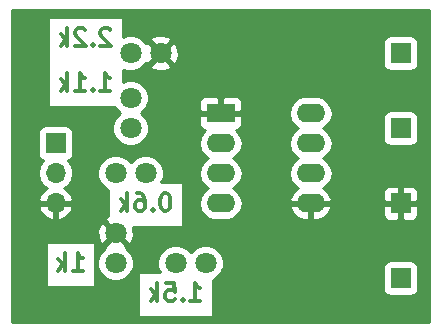
<source format=gbr>
G04 #@! TF.GenerationSoftware,KiCad,Pcbnew,(5.0.2)-1*
G04 #@! TF.CreationDate,2019-10-14T20:22:39-04:00*
G04 #@! TF.ProjectId,TempSensorCircuit,54656d70-5365-46e7-936f-724369726375,rev?*
G04 #@! TF.SameCoordinates,Original*
G04 #@! TF.FileFunction,Copper,L2,Bot*
G04 #@! TF.FilePolarity,Positive*
%FSLAX46Y46*%
G04 Gerber Fmt 4.6, Leading zero omitted, Abs format (unit mm)*
G04 Created by KiCad (PCBNEW (5.0.2)-1) date 10/14/2019 8:22:39 PM*
%MOMM*%
%LPD*%
G01*
G04 APERTURE LIST*
G04 #@! TA.AperFunction,NonConductor*
%ADD10C,0.300000*%
G04 #@! TD*
G04 #@! TA.AperFunction,ComponentPad*
%ADD11C,1.800000*%
G04 #@! TD*
G04 #@! TA.AperFunction,ComponentPad*
%ADD12R,1.700000X1.700000*%
G04 #@! TD*
G04 #@! TA.AperFunction,ComponentPad*
%ADD13O,1.700000X1.700000*%
G04 #@! TD*
G04 #@! TA.AperFunction,ComponentPad*
%ADD14O,2.400000X1.600000*%
G04 #@! TD*
G04 #@! TA.AperFunction,ComponentPad*
%ADD15R,2.400000X1.600000*%
G04 #@! TD*
G04 #@! TA.AperFunction,ViaPad*
%ADD16C,0.800000*%
G04 #@! TD*
G04 #@! TA.AperFunction,Conductor*
%ADD17C,0.254000*%
G04 #@! TD*
G04 APERTURE END LIST*
D10*
X153650000Y-88308571D02*
X154507142Y-88308571D01*
X154078571Y-88308571D02*
X154078571Y-86808571D01*
X154221428Y-87022857D01*
X154364285Y-87165714D01*
X154507142Y-87237142D01*
X153007142Y-88165714D02*
X152935714Y-88237142D01*
X153007142Y-88308571D01*
X153078571Y-88237142D01*
X153007142Y-88165714D01*
X153007142Y-88308571D01*
X151578571Y-86808571D02*
X152292857Y-86808571D01*
X152364285Y-87522857D01*
X152292857Y-87451428D01*
X152150000Y-87380000D01*
X151792857Y-87380000D01*
X151650000Y-87451428D01*
X151578571Y-87522857D01*
X151507142Y-87665714D01*
X151507142Y-88022857D01*
X151578571Y-88165714D01*
X151650000Y-88237142D01*
X151792857Y-88308571D01*
X152150000Y-88308571D01*
X152292857Y-88237142D01*
X152364285Y-88165714D01*
X150864285Y-88308571D02*
X150864285Y-86808571D01*
X150721428Y-87737142D02*
X150292857Y-88308571D01*
X150292857Y-87308571D02*
X150864285Y-87880000D01*
X143688571Y-85768571D02*
X144545714Y-85768571D01*
X144117142Y-85768571D02*
X144117142Y-84268571D01*
X144260000Y-84482857D01*
X144402857Y-84625714D01*
X144545714Y-84697142D01*
X143045714Y-85768571D02*
X143045714Y-84268571D01*
X142902857Y-85197142D02*
X142474285Y-85768571D01*
X142474285Y-84768571D02*
X143045714Y-85340000D01*
X151610000Y-79188571D02*
X151467142Y-79188571D01*
X151324285Y-79260000D01*
X151252857Y-79331428D01*
X151181428Y-79474285D01*
X151110000Y-79760000D01*
X151110000Y-80117142D01*
X151181428Y-80402857D01*
X151252857Y-80545714D01*
X151324285Y-80617142D01*
X151467142Y-80688571D01*
X151610000Y-80688571D01*
X151752857Y-80617142D01*
X151824285Y-80545714D01*
X151895714Y-80402857D01*
X151967142Y-80117142D01*
X151967142Y-79760000D01*
X151895714Y-79474285D01*
X151824285Y-79331428D01*
X151752857Y-79260000D01*
X151610000Y-79188571D01*
X150467142Y-80545714D02*
X150395714Y-80617142D01*
X150467142Y-80688571D01*
X150538571Y-80617142D01*
X150467142Y-80545714D01*
X150467142Y-80688571D01*
X149110000Y-79188571D02*
X149395714Y-79188571D01*
X149538571Y-79260000D01*
X149610000Y-79331428D01*
X149752857Y-79545714D01*
X149824285Y-79831428D01*
X149824285Y-80402857D01*
X149752857Y-80545714D01*
X149681428Y-80617142D01*
X149538571Y-80688571D01*
X149252857Y-80688571D01*
X149110000Y-80617142D01*
X149038571Y-80545714D01*
X148967142Y-80402857D01*
X148967142Y-80045714D01*
X149038571Y-79902857D01*
X149110000Y-79831428D01*
X149252857Y-79760000D01*
X149538571Y-79760000D01*
X149681428Y-79831428D01*
X149752857Y-79902857D01*
X149824285Y-80045714D01*
X148324285Y-80688571D02*
X148324285Y-79188571D01*
X148181428Y-80117142D02*
X147752857Y-80688571D01*
X147752857Y-79688571D02*
X148324285Y-80260000D01*
X146030000Y-70528571D02*
X146887142Y-70528571D01*
X146458571Y-70528571D02*
X146458571Y-69028571D01*
X146601428Y-69242857D01*
X146744285Y-69385714D01*
X146887142Y-69457142D01*
X145387142Y-70385714D02*
X145315714Y-70457142D01*
X145387142Y-70528571D01*
X145458571Y-70457142D01*
X145387142Y-70385714D01*
X145387142Y-70528571D01*
X143887142Y-70528571D02*
X144744285Y-70528571D01*
X144315714Y-70528571D02*
X144315714Y-69028571D01*
X144458571Y-69242857D01*
X144601428Y-69385714D01*
X144744285Y-69457142D01*
X143244285Y-70528571D02*
X143244285Y-69028571D01*
X143101428Y-69957142D02*
X142672857Y-70528571D01*
X142672857Y-69528571D02*
X143244285Y-70100000D01*
X146887142Y-65361428D02*
X146815714Y-65290000D01*
X146672857Y-65218571D01*
X146315714Y-65218571D01*
X146172857Y-65290000D01*
X146101428Y-65361428D01*
X146030000Y-65504285D01*
X146030000Y-65647142D01*
X146101428Y-65861428D01*
X146958571Y-66718571D01*
X146030000Y-66718571D01*
X145387142Y-66575714D02*
X145315714Y-66647142D01*
X145387142Y-66718571D01*
X145458571Y-66647142D01*
X145387142Y-66575714D01*
X145387142Y-66718571D01*
X144744285Y-65361428D02*
X144672857Y-65290000D01*
X144530000Y-65218571D01*
X144172857Y-65218571D01*
X144030000Y-65290000D01*
X143958571Y-65361428D01*
X143887142Y-65504285D01*
X143887142Y-65647142D01*
X143958571Y-65861428D01*
X144815714Y-66718571D01*
X143887142Y-66718571D01*
X143244285Y-66718571D02*
X143244285Y-65218571D01*
X143101428Y-66147142D02*
X142672857Y-66718571D01*
X142672857Y-65718571D02*
X143244285Y-66290000D01*
D11*
G04 #@! TO.P,0.6k1,2*
G04 #@! TO.N,Net-(0.6k1-Pad2)*
X147320000Y-77470000D03*
G04 #@! TO.P,0.6k1,1*
G04 #@! TO.N,Net-(0.6k1-Pad1)*
X149860000Y-77470000D03*
G04 #@! TD*
G04 #@! TO.P,1.5k1,e*
G04 #@! TO.N,Net-(1.5k1-Pad1)*
X154940000Y-85090000D03*
G04 #@! TO.P,1.5k1,2*
G04 #@! TO.N,Net-(1.5k1-Pad2)*
X152400000Y-85090000D03*
G04 #@! TD*
G04 #@! TO.P,1k1,2*
G04 #@! TO.N,Net-(1.5k1-Pad2)*
X147320000Y-85090000D03*
G04 #@! TO.P,1k1,1*
G04 #@! TO.N,GND*
X147320000Y-82550000D03*
G04 #@! TD*
G04 #@! TO.P,2k1,2*
G04 #@! TO.N,Net-(2k1-Pad2)*
X148590000Y-71120000D03*
G04 #@! TO.P,2k1,1*
G04 #@! TO.N,+12V*
X148590000Y-73660000D03*
G04 #@! TD*
G04 #@! TO.P,4k1,e*
G04 #@! TO.N,Net-(2k1-Pad2)*
X148590000Y-67310000D03*
G04 #@! TO.P,4k1,2*
G04 #@! TO.N,GND*
X151130000Y-67310000D03*
G04 #@! TD*
D12*
G04 #@! TO.P,H1,1*
G04 #@! TO.N,GND*
X171450000Y-80010000D03*
G04 #@! TD*
G04 #@! TO.P,H2,1*
G04 #@! TO.N,Net-(1.5k1-Pad1)*
X171450000Y-73660000D03*
G04 #@! TD*
G04 #@! TO.P,H3,1*
G04 #@! TO.N,+12V*
X171450000Y-67310000D03*
G04 #@! TD*
G04 #@! TO.P,H4,1*
G04 #@! TO.N,-12V*
X171450000Y-86360000D03*
G04 #@! TD*
D13*
G04 #@! TO.P,U1,3*
G04 #@! TO.N,GND*
X142240000Y-80010000D03*
G04 #@! TO.P,U1,2*
G04 #@! TO.N,Net-(0.6k1-Pad2)*
X142240000Y-77470000D03*
D12*
G04 #@! TO.P,U1,1*
G04 #@! TO.N,Net-(2k1-Pad2)*
X142240000Y-74930000D03*
G04 #@! TD*
D14*
G04 #@! TO.P,U2,8*
G04 #@! TO.N,Net-(U2-Pad8)*
X163830000Y-72390000D03*
G04 #@! TO.P,U2,4*
G04 #@! TO.N,-12V*
X156210000Y-80010000D03*
G04 #@! TO.P,U2,7*
G04 #@! TO.N,+12V*
X163830000Y-74930000D03*
G04 #@! TO.P,U2,3*
G04 #@! TO.N,Net-(0.6k1-Pad1)*
X156210000Y-77470000D03*
G04 #@! TO.P,U2,6*
G04 #@! TO.N,Net-(1.5k1-Pad1)*
X163830000Y-77470000D03*
G04 #@! TO.P,U2,2*
G04 #@! TO.N,Net-(1.5k1-Pad2)*
X156210000Y-74930000D03*
G04 #@! TO.P,U2,5*
G04 #@! TO.N,GND*
X163830000Y-80010000D03*
D15*
G04 #@! TO.P,U2,1*
X156210000Y-72390000D03*
G04 #@! TD*
D16*
G04 #@! TO.N,GND*
X156210000Y-69850000D03*
X163830000Y-83820000D03*
G04 #@! TD*
D17*
G04 #@! TO.N,GND*
G36*
X173863000Y-90043000D02*
X138557000Y-90043000D01*
X138557000Y-83300000D01*
X141403572Y-83300000D01*
X141403572Y-87120000D01*
X145616429Y-87120000D01*
X145616429Y-84784670D01*
X145785000Y-84784670D01*
X145785000Y-85395330D01*
X146018690Y-85959507D01*
X146450493Y-86391310D01*
X147014670Y-86625000D01*
X147625330Y-86625000D01*
X148189507Y-86391310D01*
X148621310Y-85959507D01*
X148670811Y-85840000D01*
X149222143Y-85840000D01*
X149222143Y-89660000D01*
X155577857Y-89660000D01*
X155577857Y-86487263D01*
X155809507Y-86391310D01*
X156241310Y-85959507D01*
X156427502Y-85510000D01*
X169952560Y-85510000D01*
X169952560Y-87210000D01*
X170001843Y-87457765D01*
X170142191Y-87667809D01*
X170352235Y-87808157D01*
X170600000Y-87857440D01*
X172300000Y-87857440D01*
X172547765Y-87808157D01*
X172757809Y-87667809D01*
X172898157Y-87457765D01*
X172947440Y-87210000D01*
X172947440Y-85510000D01*
X172898157Y-85262235D01*
X172757809Y-85052191D01*
X172547765Y-84911843D01*
X172300000Y-84862560D01*
X170600000Y-84862560D01*
X170352235Y-84911843D01*
X170142191Y-85052191D01*
X170001843Y-85262235D01*
X169952560Y-85510000D01*
X156427502Y-85510000D01*
X156475000Y-85395330D01*
X156475000Y-84784670D01*
X156241310Y-84220493D01*
X155809507Y-83788690D01*
X155245330Y-83555000D01*
X154634670Y-83555000D01*
X154070493Y-83788690D01*
X153670000Y-84189183D01*
X153269507Y-83788690D01*
X152705330Y-83555000D01*
X152094670Y-83555000D01*
X151530493Y-83788690D01*
X151098690Y-84220493D01*
X150865000Y-84784670D01*
X150865000Y-85395330D01*
X151049189Y-85840000D01*
X149222143Y-85840000D01*
X148670811Y-85840000D01*
X148855000Y-85395330D01*
X148855000Y-84784670D01*
X148621310Y-84220493D01*
X148189507Y-83788690D01*
X148169885Y-83780562D01*
X148220554Y-83630159D01*
X147320000Y-82729605D01*
X146419446Y-83630159D01*
X146470115Y-83780562D01*
X146450493Y-83788690D01*
X146018690Y-84220493D01*
X145785000Y-84784670D01*
X145616429Y-84784670D01*
X145616429Y-83300000D01*
X141403572Y-83300000D01*
X138557000Y-83300000D01*
X138557000Y-82309336D01*
X145773542Y-82309336D01*
X145799161Y-82919460D01*
X145983357Y-83364148D01*
X146239841Y-83450554D01*
X147140395Y-82550000D01*
X146239841Y-81649446D01*
X145983357Y-81735852D01*
X145773542Y-82309336D01*
X138557000Y-82309336D01*
X138557000Y-80366890D01*
X140798524Y-80366890D01*
X140968355Y-80776924D01*
X141358642Y-81205183D01*
X141883108Y-81451486D01*
X142113000Y-81330819D01*
X142113000Y-80137000D01*
X142367000Y-80137000D01*
X142367000Y-81330819D01*
X142596892Y-81451486D01*
X143121358Y-81205183D01*
X143511645Y-80776924D01*
X143681476Y-80366890D01*
X143560155Y-80137000D01*
X142367000Y-80137000D01*
X142113000Y-80137000D01*
X140919845Y-80137000D01*
X140798524Y-80366890D01*
X138557000Y-80366890D01*
X138557000Y-77470000D01*
X140725908Y-77470000D01*
X140841161Y-78049418D01*
X141169375Y-78540625D01*
X141488478Y-78753843D01*
X141358642Y-78814817D01*
X140968355Y-79243076D01*
X140798524Y-79653110D01*
X140919845Y-79883000D01*
X142113000Y-79883000D01*
X142113000Y-79863000D01*
X142367000Y-79863000D01*
X142367000Y-79883000D01*
X143560155Y-79883000D01*
X143681476Y-79653110D01*
X143511645Y-79243076D01*
X143121358Y-78814817D01*
X142991522Y-78753843D01*
X143310625Y-78540625D01*
X143638839Y-78049418D01*
X143754092Y-77470000D01*
X143693359Y-77164670D01*
X145785000Y-77164670D01*
X145785000Y-77775330D01*
X146018690Y-78339507D01*
X146450493Y-78771310D01*
X146682143Y-78867263D01*
X146682143Y-81140335D01*
X146505852Y-81213357D01*
X146419446Y-81469841D01*
X146682143Y-81732538D01*
X146682143Y-82040000D01*
X146989605Y-82040000D01*
X147320000Y-82370395D01*
X147334143Y-82356253D01*
X147513748Y-82535858D01*
X147499605Y-82550000D01*
X148400159Y-83450554D01*
X148656643Y-83364148D01*
X148866458Y-82790664D01*
X148840839Y-82180540D01*
X148782625Y-82040000D01*
X153037857Y-82040000D01*
X153037857Y-78220000D01*
X151210811Y-78220000D01*
X151395000Y-77775330D01*
X151395000Y-77164670D01*
X151161310Y-76600493D01*
X150729507Y-76168690D01*
X150165330Y-75935000D01*
X149554670Y-75935000D01*
X148990493Y-76168690D01*
X148590000Y-76569183D01*
X148189507Y-76168690D01*
X147625330Y-75935000D01*
X147014670Y-75935000D01*
X146450493Y-76168690D01*
X146018690Y-76600493D01*
X145785000Y-77164670D01*
X143693359Y-77164670D01*
X143638839Y-76890582D01*
X143310625Y-76399375D01*
X143292381Y-76387184D01*
X143337765Y-76378157D01*
X143547809Y-76237809D01*
X143688157Y-76027765D01*
X143737440Y-75780000D01*
X143737440Y-74080000D01*
X143688157Y-73832235D01*
X143547809Y-73622191D01*
X143337765Y-73481843D01*
X143090000Y-73432560D01*
X141390000Y-73432560D01*
X141142235Y-73481843D01*
X140932191Y-73622191D01*
X140791843Y-73832235D01*
X140742560Y-74080000D01*
X140742560Y-75780000D01*
X140791843Y-76027765D01*
X140932191Y-76237809D01*
X141142235Y-76378157D01*
X141187619Y-76387184D01*
X141169375Y-76399375D01*
X140841161Y-76890582D01*
X140725908Y-77470000D01*
X138557000Y-77470000D01*
X138557000Y-64250000D01*
X141602143Y-64250000D01*
X141602143Y-71880000D01*
X147243331Y-71880000D01*
X147288690Y-71989507D01*
X147689183Y-72390000D01*
X147288690Y-72790493D01*
X147055000Y-73354670D01*
X147055000Y-73965330D01*
X147288690Y-74529507D01*
X147720493Y-74961310D01*
X148284670Y-75195000D01*
X148895330Y-75195000D01*
X149459507Y-74961310D01*
X149490817Y-74930000D01*
X154346887Y-74930000D01*
X154458260Y-75489909D01*
X154775423Y-75964577D01*
X155127758Y-76200000D01*
X154775423Y-76435423D01*
X154458260Y-76910091D01*
X154346887Y-77470000D01*
X154458260Y-78029909D01*
X154775423Y-78504577D01*
X155127758Y-78740000D01*
X154775423Y-78975423D01*
X154458260Y-79450091D01*
X154346887Y-80010000D01*
X154458260Y-80569909D01*
X154775423Y-81044577D01*
X155250091Y-81361740D01*
X155668667Y-81445000D01*
X156751333Y-81445000D01*
X157169909Y-81361740D01*
X157644577Y-81044577D01*
X157961740Y-80569909D01*
X158003684Y-80359039D01*
X162038096Y-80359039D01*
X162055633Y-80441819D01*
X162325500Y-80934896D01*
X162763517Y-81287166D01*
X163303000Y-81445000D01*
X163703000Y-81445000D01*
X163703000Y-80137000D01*
X163957000Y-80137000D01*
X163957000Y-81445000D01*
X164357000Y-81445000D01*
X164896483Y-81287166D01*
X165334500Y-80934896D01*
X165604367Y-80441819D01*
X165621904Y-80359039D01*
X165587133Y-80295750D01*
X169965000Y-80295750D01*
X169965000Y-80986310D01*
X170061673Y-81219699D01*
X170240302Y-81398327D01*
X170473691Y-81495000D01*
X171164250Y-81495000D01*
X171323000Y-81336250D01*
X171323000Y-80137000D01*
X171577000Y-80137000D01*
X171577000Y-81336250D01*
X171735750Y-81495000D01*
X172426309Y-81495000D01*
X172659698Y-81398327D01*
X172838327Y-81219699D01*
X172935000Y-80986310D01*
X172935000Y-80295750D01*
X172776250Y-80137000D01*
X171577000Y-80137000D01*
X171323000Y-80137000D01*
X170123750Y-80137000D01*
X169965000Y-80295750D01*
X165587133Y-80295750D01*
X165499915Y-80137000D01*
X163957000Y-80137000D01*
X163703000Y-80137000D01*
X162160085Y-80137000D01*
X162038096Y-80359039D01*
X158003684Y-80359039D01*
X158073113Y-80010000D01*
X157961740Y-79450091D01*
X157644577Y-78975423D01*
X157292242Y-78740000D01*
X157644577Y-78504577D01*
X157961740Y-78029909D01*
X158073113Y-77470000D01*
X157961740Y-76910091D01*
X157644577Y-76435423D01*
X157292242Y-76200000D01*
X157644577Y-75964577D01*
X157961740Y-75489909D01*
X158073113Y-74930000D01*
X157961740Y-74370091D01*
X157644577Y-73895423D01*
X157538082Y-73824265D01*
X157769698Y-73728327D01*
X157948327Y-73549699D01*
X158045000Y-73316310D01*
X158045000Y-72675750D01*
X157886250Y-72517000D01*
X156337000Y-72517000D01*
X156337000Y-72537000D01*
X156083000Y-72537000D01*
X156083000Y-72517000D01*
X154533750Y-72517000D01*
X154375000Y-72675750D01*
X154375000Y-73316310D01*
X154471673Y-73549699D01*
X154650302Y-73728327D01*
X154881918Y-73824265D01*
X154775423Y-73895423D01*
X154458260Y-74370091D01*
X154346887Y-74930000D01*
X149490817Y-74930000D01*
X149891310Y-74529507D01*
X150125000Y-73965330D01*
X150125000Y-73354670D01*
X149891310Y-72790493D01*
X149490817Y-72390000D01*
X161966887Y-72390000D01*
X162078260Y-72949909D01*
X162395423Y-73424577D01*
X162747758Y-73660000D01*
X162395423Y-73895423D01*
X162078260Y-74370091D01*
X161966887Y-74930000D01*
X162078260Y-75489909D01*
X162395423Y-75964577D01*
X162747758Y-76200000D01*
X162395423Y-76435423D01*
X162078260Y-76910091D01*
X161966887Y-77470000D01*
X162078260Y-78029909D01*
X162395423Y-78504577D01*
X162751499Y-78742499D01*
X162325500Y-79085104D01*
X162055633Y-79578181D01*
X162038096Y-79660961D01*
X162160085Y-79883000D01*
X163703000Y-79883000D01*
X163703000Y-79863000D01*
X163957000Y-79863000D01*
X163957000Y-79883000D01*
X165499915Y-79883000D01*
X165621904Y-79660961D01*
X165604367Y-79578181D01*
X165334500Y-79085104D01*
X165270572Y-79033690D01*
X169965000Y-79033690D01*
X169965000Y-79724250D01*
X170123750Y-79883000D01*
X171323000Y-79883000D01*
X171323000Y-78683750D01*
X171577000Y-78683750D01*
X171577000Y-79883000D01*
X172776250Y-79883000D01*
X172935000Y-79724250D01*
X172935000Y-79033690D01*
X172838327Y-78800301D01*
X172659698Y-78621673D01*
X172426309Y-78525000D01*
X171735750Y-78525000D01*
X171577000Y-78683750D01*
X171323000Y-78683750D01*
X171164250Y-78525000D01*
X170473691Y-78525000D01*
X170240302Y-78621673D01*
X170061673Y-78800301D01*
X169965000Y-79033690D01*
X165270572Y-79033690D01*
X164908501Y-78742499D01*
X165264577Y-78504577D01*
X165581740Y-78029909D01*
X165693113Y-77470000D01*
X165581740Y-76910091D01*
X165264577Y-76435423D01*
X164912242Y-76200000D01*
X165264577Y-75964577D01*
X165581740Y-75489909D01*
X165693113Y-74930000D01*
X165581740Y-74370091D01*
X165264577Y-73895423D01*
X164912242Y-73660000D01*
X165264577Y-73424577D01*
X165581740Y-72949909D01*
X165609569Y-72810000D01*
X169952560Y-72810000D01*
X169952560Y-74510000D01*
X170001843Y-74757765D01*
X170142191Y-74967809D01*
X170352235Y-75108157D01*
X170600000Y-75157440D01*
X172300000Y-75157440D01*
X172547765Y-75108157D01*
X172757809Y-74967809D01*
X172898157Y-74757765D01*
X172947440Y-74510000D01*
X172947440Y-72810000D01*
X172898157Y-72562235D01*
X172757809Y-72352191D01*
X172547765Y-72211843D01*
X172300000Y-72162560D01*
X170600000Y-72162560D01*
X170352235Y-72211843D01*
X170142191Y-72352191D01*
X170001843Y-72562235D01*
X169952560Y-72810000D01*
X165609569Y-72810000D01*
X165693113Y-72390000D01*
X165581740Y-71830091D01*
X165264577Y-71355423D01*
X164789909Y-71038260D01*
X164371333Y-70955000D01*
X163288667Y-70955000D01*
X162870091Y-71038260D01*
X162395423Y-71355423D01*
X162078260Y-71830091D01*
X161966887Y-72390000D01*
X149490817Y-72390000D01*
X149891310Y-71989507D01*
X150109110Y-71463690D01*
X154375000Y-71463690D01*
X154375000Y-72104250D01*
X154533750Y-72263000D01*
X156083000Y-72263000D01*
X156083000Y-71113750D01*
X156337000Y-71113750D01*
X156337000Y-72263000D01*
X157886250Y-72263000D01*
X158045000Y-72104250D01*
X158045000Y-71463690D01*
X157948327Y-71230301D01*
X157769698Y-71051673D01*
X157536309Y-70955000D01*
X156495750Y-70955000D01*
X156337000Y-71113750D01*
X156083000Y-71113750D01*
X155924250Y-70955000D01*
X154883691Y-70955000D01*
X154650302Y-71051673D01*
X154471673Y-71230301D01*
X154375000Y-71463690D01*
X150109110Y-71463690D01*
X150125000Y-71425330D01*
X150125000Y-70814670D01*
X149891310Y-70250493D01*
X149459507Y-69818690D01*
X148895330Y-69585000D01*
X148284670Y-69585000D01*
X147957857Y-69720371D01*
X147957857Y-68709629D01*
X148284670Y-68845000D01*
X148895330Y-68845000D01*
X149459507Y-68611310D01*
X149680658Y-68390159D01*
X150229446Y-68390159D01*
X150315852Y-68646643D01*
X150889336Y-68856458D01*
X151499460Y-68830839D01*
X151944148Y-68646643D01*
X152030554Y-68390159D01*
X151130000Y-67489605D01*
X150229446Y-68390159D01*
X149680658Y-68390159D01*
X149891310Y-68179507D01*
X149899438Y-68159885D01*
X150049841Y-68210554D01*
X150950395Y-67310000D01*
X151309605Y-67310000D01*
X152210159Y-68210554D01*
X152466643Y-68124148D01*
X152676458Y-67550664D01*
X152650839Y-66940540D01*
X152466643Y-66495852D01*
X152360222Y-66460000D01*
X169952560Y-66460000D01*
X169952560Y-68160000D01*
X170001843Y-68407765D01*
X170142191Y-68617809D01*
X170352235Y-68758157D01*
X170600000Y-68807440D01*
X172300000Y-68807440D01*
X172547765Y-68758157D01*
X172757809Y-68617809D01*
X172898157Y-68407765D01*
X172947440Y-68160000D01*
X172947440Y-66460000D01*
X172898157Y-66212235D01*
X172757809Y-66002191D01*
X172547765Y-65861843D01*
X172300000Y-65812560D01*
X170600000Y-65812560D01*
X170352235Y-65861843D01*
X170142191Y-66002191D01*
X170001843Y-66212235D01*
X169952560Y-66460000D01*
X152360222Y-66460000D01*
X152210159Y-66409446D01*
X151309605Y-67310000D01*
X150950395Y-67310000D01*
X150049841Y-66409446D01*
X149899438Y-66460115D01*
X149891310Y-66440493D01*
X149680658Y-66229841D01*
X150229446Y-66229841D01*
X151130000Y-67130395D01*
X152030554Y-66229841D01*
X151944148Y-65973357D01*
X151370664Y-65763542D01*
X150760540Y-65789161D01*
X150315852Y-65973357D01*
X150229446Y-66229841D01*
X149680658Y-66229841D01*
X149459507Y-66008690D01*
X148895330Y-65775000D01*
X148284670Y-65775000D01*
X147957857Y-65910371D01*
X147957857Y-64250000D01*
X141602143Y-64250000D01*
X138557000Y-64250000D01*
X138557000Y-63627000D01*
X173863000Y-63627000D01*
X173863000Y-90043000D01*
X173863000Y-90043000D01*
G37*
X173863000Y-90043000D02*
X138557000Y-90043000D01*
X138557000Y-83300000D01*
X141403572Y-83300000D01*
X141403572Y-87120000D01*
X145616429Y-87120000D01*
X145616429Y-84784670D01*
X145785000Y-84784670D01*
X145785000Y-85395330D01*
X146018690Y-85959507D01*
X146450493Y-86391310D01*
X147014670Y-86625000D01*
X147625330Y-86625000D01*
X148189507Y-86391310D01*
X148621310Y-85959507D01*
X148670811Y-85840000D01*
X149222143Y-85840000D01*
X149222143Y-89660000D01*
X155577857Y-89660000D01*
X155577857Y-86487263D01*
X155809507Y-86391310D01*
X156241310Y-85959507D01*
X156427502Y-85510000D01*
X169952560Y-85510000D01*
X169952560Y-87210000D01*
X170001843Y-87457765D01*
X170142191Y-87667809D01*
X170352235Y-87808157D01*
X170600000Y-87857440D01*
X172300000Y-87857440D01*
X172547765Y-87808157D01*
X172757809Y-87667809D01*
X172898157Y-87457765D01*
X172947440Y-87210000D01*
X172947440Y-85510000D01*
X172898157Y-85262235D01*
X172757809Y-85052191D01*
X172547765Y-84911843D01*
X172300000Y-84862560D01*
X170600000Y-84862560D01*
X170352235Y-84911843D01*
X170142191Y-85052191D01*
X170001843Y-85262235D01*
X169952560Y-85510000D01*
X156427502Y-85510000D01*
X156475000Y-85395330D01*
X156475000Y-84784670D01*
X156241310Y-84220493D01*
X155809507Y-83788690D01*
X155245330Y-83555000D01*
X154634670Y-83555000D01*
X154070493Y-83788690D01*
X153670000Y-84189183D01*
X153269507Y-83788690D01*
X152705330Y-83555000D01*
X152094670Y-83555000D01*
X151530493Y-83788690D01*
X151098690Y-84220493D01*
X150865000Y-84784670D01*
X150865000Y-85395330D01*
X151049189Y-85840000D01*
X149222143Y-85840000D01*
X148670811Y-85840000D01*
X148855000Y-85395330D01*
X148855000Y-84784670D01*
X148621310Y-84220493D01*
X148189507Y-83788690D01*
X148169885Y-83780562D01*
X148220554Y-83630159D01*
X147320000Y-82729605D01*
X146419446Y-83630159D01*
X146470115Y-83780562D01*
X146450493Y-83788690D01*
X146018690Y-84220493D01*
X145785000Y-84784670D01*
X145616429Y-84784670D01*
X145616429Y-83300000D01*
X141403572Y-83300000D01*
X138557000Y-83300000D01*
X138557000Y-82309336D01*
X145773542Y-82309336D01*
X145799161Y-82919460D01*
X145983357Y-83364148D01*
X146239841Y-83450554D01*
X147140395Y-82550000D01*
X146239841Y-81649446D01*
X145983357Y-81735852D01*
X145773542Y-82309336D01*
X138557000Y-82309336D01*
X138557000Y-80366890D01*
X140798524Y-80366890D01*
X140968355Y-80776924D01*
X141358642Y-81205183D01*
X141883108Y-81451486D01*
X142113000Y-81330819D01*
X142113000Y-80137000D01*
X142367000Y-80137000D01*
X142367000Y-81330819D01*
X142596892Y-81451486D01*
X143121358Y-81205183D01*
X143511645Y-80776924D01*
X143681476Y-80366890D01*
X143560155Y-80137000D01*
X142367000Y-80137000D01*
X142113000Y-80137000D01*
X140919845Y-80137000D01*
X140798524Y-80366890D01*
X138557000Y-80366890D01*
X138557000Y-77470000D01*
X140725908Y-77470000D01*
X140841161Y-78049418D01*
X141169375Y-78540625D01*
X141488478Y-78753843D01*
X141358642Y-78814817D01*
X140968355Y-79243076D01*
X140798524Y-79653110D01*
X140919845Y-79883000D01*
X142113000Y-79883000D01*
X142113000Y-79863000D01*
X142367000Y-79863000D01*
X142367000Y-79883000D01*
X143560155Y-79883000D01*
X143681476Y-79653110D01*
X143511645Y-79243076D01*
X143121358Y-78814817D01*
X142991522Y-78753843D01*
X143310625Y-78540625D01*
X143638839Y-78049418D01*
X143754092Y-77470000D01*
X143693359Y-77164670D01*
X145785000Y-77164670D01*
X145785000Y-77775330D01*
X146018690Y-78339507D01*
X146450493Y-78771310D01*
X146682143Y-78867263D01*
X146682143Y-81140335D01*
X146505852Y-81213357D01*
X146419446Y-81469841D01*
X146682143Y-81732538D01*
X146682143Y-82040000D01*
X146989605Y-82040000D01*
X147320000Y-82370395D01*
X147334143Y-82356253D01*
X147513748Y-82535858D01*
X147499605Y-82550000D01*
X148400159Y-83450554D01*
X148656643Y-83364148D01*
X148866458Y-82790664D01*
X148840839Y-82180540D01*
X148782625Y-82040000D01*
X153037857Y-82040000D01*
X153037857Y-78220000D01*
X151210811Y-78220000D01*
X151395000Y-77775330D01*
X151395000Y-77164670D01*
X151161310Y-76600493D01*
X150729507Y-76168690D01*
X150165330Y-75935000D01*
X149554670Y-75935000D01*
X148990493Y-76168690D01*
X148590000Y-76569183D01*
X148189507Y-76168690D01*
X147625330Y-75935000D01*
X147014670Y-75935000D01*
X146450493Y-76168690D01*
X146018690Y-76600493D01*
X145785000Y-77164670D01*
X143693359Y-77164670D01*
X143638839Y-76890582D01*
X143310625Y-76399375D01*
X143292381Y-76387184D01*
X143337765Y-76378157D01*
X143547809Y-76237809D01*
X143688157Y-76027765D01*
X143737440Y-75780000D01*
X143737440Y-74080000D01*
X143688157Y-73832235D01*
X143547809Y-73622191D01*
X143337765Y-73481843D01*
X143090000Y-73432560D01*
X141390000Y-73432560D01*
X141142235Y-73481843D01*
X140932191Y-73622191D01*
X140791843Y-73832235D01*
X140742560Y-74080000D01*
X140742560Y-75780000D01*
X140791843Y-76027765D01*
X140932191Y-76237809D01*
X141142235Y-76378157D01*
X141187619Y-76387184D01*
X141169375Y-76399375D01*
X140841161Y-76890582D01*
X140725908Y-77470000D01*
X138557000Y-77470000D01*
X138557000Y-64250000D01*
X141602143Y-64250000D01*
X141602143Y-71880000D01*
X147243331Y-71880000D01*
X147288690Y-71989507D01*
X147689183Y-72390000D01*
X147288690Y-72790493D01*
X147055000Y-73354670D01*
X147055000Y-73965330D01*
X147288690Y-74529507D01*
X147720493Y-74961310D01*
X148284670Y-75195000D01*
X148895330Y-75195000D01*
X149459507Y-74961310D01*
X149490817Y-74930000D01*
X154346887Y-74930000D01*
X154458260Y-75489909D01*
X154775423Y-75964577D01*
X155127758Y-76200000D01*
X154775423Y-76435423D01*
X154458260Y-76910091D01*
X154346887Y-77470000D01*
X154458260Y-78029909D01*
X154775423Y-78504577D01*
X155127758Y-78740000D01*
X154775423Y-78975423D01*
X154458260Y-79450091D01*
X154346887Y-80010000D01*
X154458260Y-80569909D01*
X154775423Y-81044577D01*
X155250091Y-81361740D01*
X155668667Y-81445000D01*
X156751333Y-81445000D01*
X157169909Y-81361740D01*
X157644577Y-81044577D01*
X157961740Y-80569909D01*
X158003684Y-80359039D01*
X162038096Y-80359039D01*
X162055633Y-80441819D01*
X162325500Y-80934896D01*
X162763517Y-81287166D01*
X163303000Y-81445000D01*
X163703000Y-81445000D01*
X163703000Y-80137000D01*
X163957000Y-80137000D01*
X163957000Y-81445000D01*
X164357000Y-81445000D01*
X164896483Y-81287166D01*
X165334500Y-80934896D01*
X165604367Y-80441819D01*
X165621904Y-80359039D01*
X165587133Y-80295750D01*
X169965000Y-80295750D01*
X169965000Y-80986310D01*
X170061673Y-81219699D01*
X170240302Y-81398327D01*
X170473691Y-81495000D01*
X171164250Y-81495000D01*
X171323000Y-81336250D01*
X171323000Y-80137000D01*
X171577000Y-80137000D01*
X171577000Y-81336250D01*
X171735750Y-81495000D01*
X172426309Y-81495000D01*
X172659698Y-81398327D01*
X172838327Y-81219699D01*
X172935000Y-80986310D01*
X172935000Y-80295750D01*
X172776250Y-80137000D01*
X171577000Y-80137000D01*
X171323000Y-80137000D01*
X170123750Y-80137000D01*
X169965000Y-80295750D01*
X165587133Y-80295750D01*
X165499915Y-80137000D01*
X163957000Y-80137000D01*
X163703000Y-80137000D01*
X162160085Y-80137000D01*
X162038096Y-80359039D01*
X158003684Y-80359039D01*
X158073113Y-80010000D01*
X157961740Y-79450091D01*
X157644577Y-78975423D01*
X157292242Y-78740000D01*
X157644577Y-78504577D01*
X157961740Y-78029909D01*
X158073113Y-77470000D01*
X157961740Y-76910091D01*
X157644577Y-76435423D01*
X157292242Y-76200000D01*
X157644577Y-75964577D01*
X157961740Y-75489909D01*
X158073113Y-74930000D01*
X157961740Y-74370091D01*
X157644577Y-73895423D01*
X157538082Y-73824265D01*
X157769698Y-73728327D01*
X157948327Y-73549699D01*
X158045000Y-73316310D01*
X158045000Y-72675750D01*
X157886250Y-72517000D01*
X156337000Y-72517000D01*
X156337000Y-72537000D01*
X156083000Y-72537000D01*
X156083000Y-72517000D01*
X154533750Y-72517000D01*
X154375000Y-72675750D01*
X154375000Y-73316310D01*
X154471673Y-73549699D01*
X154650302Y-73728327D01*
X154881918Y-73824265D01*
X154775423Y-73895423D01*
X154458260Y-74370091D01*
X154346887Y-74930000D01*
X149490817Y-74930000D01*
X149891310Y-74529507D01*
X150125000Y-73965330D01*
X150125000Y-73354670D01*
X149891310Y-72790493D01*
X149490817Y-72390000D01*
X161966887Y-72390000D01*
X162078260Y-72949909D01*
X162395423Y-73424577D01*
X162747758Y-73660000D01*
X162395423Y-73895423D01*
X162078260Y-74370091D01*
X161966887Y-74930000D01*
X162078260Y-75489909D01*
X162395423Y-75964577D01*
X162747758Y-76200000D01*
X162395423Y-76435423D01*
X162078260Y-76910091D01*
X161966887Y-77470000D01*
X162078260Y-78029909D01*
X162395423Y-78504577D01*
X162751499Y-78742499D01*
X162325500Y-79085104D01*
X162055633Y-79578181D01*
X162038096Y-79660961D01*
X162160085Y-79883000D01*
X163703000Y-79883000D01*
X163703000Y-79863000D01*
X163957000Y-79863000D01*
X163957000Y-79883000D01*
X165499915Y-79883000D01*
X165621904Y-79660961D01*
X165604367Y-79578181D01*
X165334500Y-79085104D01*
X165270572Y-79033690D01*
X169965000Y-79033690D01*
X169965000Y-79724250D01*
X170123750Y-79883000D01*
X171323000Y-79883000D01*
X171323000Y-78683750D01*
X171577000Y-78683750D01*
X171577000Y-79883000D01*
X172776250Y-79883000D01*
X172935000Y-79724250D01*
X172935000Y-79033690D01*
X172838327Y-78800301D01*
X172659698Y-78621673D01*
X172426309Y-78525000D01*
X171735750Y-78525000D01*
X171577000Y-78683750D01*
X171323000Y-78683750D01*
X171164250Y-78525000D01*
X170473691Y-78525000D01*
X170240302Y-78621673D01*
X170061673Y-78800301D01*
X169965000Y-79033690D01*
X165270572Y-79033690D01*
X164908501Y-78742499D01*
X165264577Y-78504577D01*
X165581740Y-78029909D01*
X165693113Y-77470000D01*
X165581740Y-76910091D01*
X165264577Y-76435423D01*
X164912242Y-76200000D01*
X165264577Y-75964577D01*
X165581740Y-75489909D01*
X165693113Y-74930000D01*
X165581740Y-74370091D01*
X165264577Y-73895423D01*
X164912242Y-73660000D01*
X165264577Y-73424577D01*
X165581740Y-72949909D01*
X165609569Y-72810000D01*
X169952560Y-72810000D01*
X169952560Y-74510000D01*
X170001843Y-74757765D01*
X170142191Y-74967809D01*
X170352235Y-75108157D01*
X170600000Y-75157440D01*
X172300000Y-75157440D01*
X172547765Y-75108157D01*
X172757809Y-74967809D01*
X172898157Y-74757765D01*
X172947440Y-74510000D01*
X172947440Y-72810000D01*
X172898157Y-72562235D01*
X172757809Y-72352191D01*
X172547765Y-72211843D01*
X172300000Y-72162560D01*
X170600000Y-72162560D01*
X170352235Y-72211843D01*
X170142191Y-72352191D01*
X170001843Y-72562235D01*
X169952560Y-72810000D01*
X165609569Y-72810000D01*
X165693113Y-72390000D01*
X165581740Y-71830091D01*
X165264577Y-71355423D01*
X164789909Y-71038260D01*
X164371333Y-70955000D01*
X163288667Y-70955000D01*
X162870091Y-71038260D01*
X162395423Y-71355423D01*
X162078260Y-71830091D01*
X161966887Y-72390000D01*
X149490817Y-72390000D01*
X149891310Y-71989507D01*
X150109110Y-71463690D01*
X154375000Y-71463690D01*
X154375000Y-72104250D01*
X154533750Y-72263000D01*
X156083000Y-72263000D01*
X156083000Y-71113750D01*
X156337000Y-71113750D01*
X156337000Y-72263000D01*
X157886250Y-72263000D01*
X158045000Y-72104250D01*
X158045000Y-71463690D01*
X157948327Y-71230301D01*
X157769698Y-71051673D01*
X157536309Y-70955000D01*
X156495750Y-70955000D01*
X156337000Y-71113750D01*
X156083000Y-71113750D01*
X155924250Y-70955000D01*
X154883691Y-70955000D01*
X154650302Y-71051673D01*
X154471673Y-71230301D01*
X154375000Y-71463690D01*
X150109110Y-71463690D01*
X150125000Y-71425330D01*
X150125000Y-70814670D01*
X149891310Y-70250493D01*
X149459507Y-69818690D01*
X148895330Y-69585000D01*
X148284670Y-69585000D01*
X147957857Y-69720371D01*
X147957857Y-68709629D01*
X148284670Y-68845000D01*
X148895330Y-68845000D01*
X149459507Y-68611310D01*
X149680658Y-68390159D01*
X150229446Y-68390159D01*
X150315852Y-68646643D01*
X150889336Y-68856458D01*
X151499460Y-68830839D01*
X151944148Y-68646643D01*
X152030554Y-68390159D01*
X151130000Y-67489605D01*
X150229446Y-68390159D01*
X149680658Y-68390159D01*
X149891310Y-68179507D01*
X149899438Y-68159885D01*
X150049841Y-68210554D01*
X150950395Y-67310000D01*
X151309605Y-67310000D01*
X152210159Y-68210554D01*
X152466643Y-68124148D01*
X152676458Y-67550664D01*
X152650839Y-66940540D01*
X152466643Y-66495852D01*
X152360222Y-66460000D01*
X169952560Y-66460000D01*
X169952560Y-68160000D01*
X170001843Y-68407765D01*
X170142191Y-68617809D01*
X170352235Y-68758157D01*
X170600000Y-68807440D01*
X172300000Y-68807440D01*
X172547765Y-68758157D01*
X172757809Y-68617809D01*
X172898157Y-68407765D01*
X172947440Y-68160000D01*
X172947440Y-66460000D01*
X172898157Y-66212235D01*
X172757809Y-66002191D01*
X172547765Y-65861843D01*
X172300000Y-65812560D01*
X170600000Y-65812560D01*
X170352235Y-65861843D01*
X170142191Y-66002191D01*
X170001843Y-66212235D01*
X169952560Y-66460000D01*
X152360222Y-66460000D01*
X152210159Y-66409446D01*
X151309605Y-67310000D01*
X150950395Y-67310000D01*
X150049841Y-66409446D01*
X149899438Y-66460115D01*
X149891310Y-66440493D01*
X149680658Y-66229841D01*
X150229446Y-66229841D01*
X151130000Y-67130395D01*
X152030554Y-66229841D01*
X151944148Y-65973357D01*
X151370664Y-65763542D01*
X150760540Y-65789161D01*
X150315852Y-65973357D01*
X150229446Y-66229841D01*
X149680658Y-66229841D01*
X149459507Y-66008690D01*
X148895330Y-65775000D01*
X148284670Y-65775000D01*
X147957857Y-65910371D01*
X147957857Y-64250000D01*
X141602143Y-64250000D01*
X138557000Y-64250000D01*
X138557000Y-63627000D01*
X173863000Y-63627000D01*
X173863000Y-90043000D01*
G04 #@! TD*
M02*

</source>
